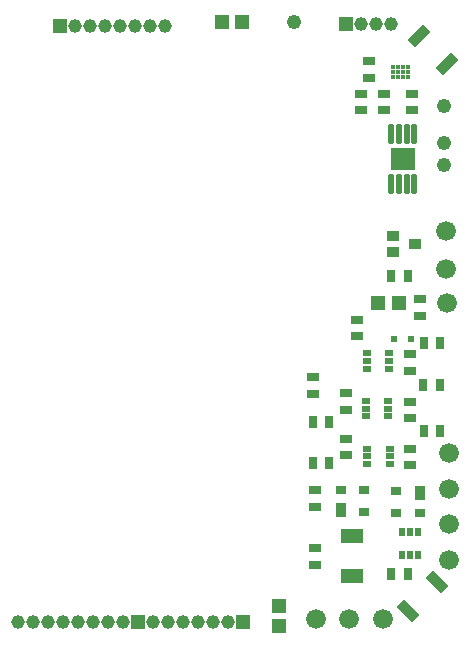
<source format=gts>
%FSLAX25Y25*%
%MOIN*%
G70*
G01*
G75*
G04 Layer_Color=8388736*
%ADD10C,0.00866*%
%ADD11R,0.07087X0.03937*%
G04:AMPARAMS|DCode=12|XSize=31.5mil|YSize=66.93mil|CornerRadius=0mil|HoleSize=0mil|Usage=FLASHONLY|Rotation=45.000|XOffset=0mil|YOffset=0mil|HoleType=Round|Shape=Rectangle|*
%AMROTATEDRECTD12*
4,1,4,0.01253,-0.03480,-0.03480,0.01253,-0.01253,0.03480,0.03480,-0.01253,0.01253,-0.03480,0.0*
%
%ADD12ROTATEDRECTD12*%

%ADD13R,0.01654X0.02362*%
%ADD14R,0.03543X0.02756*%
%ADD15R,0.02756X0.02362*%
%ADD16R,0.02756X0.03937*%
%ADD17R,0.07402X0.06614*%
%ADD18O,0.01575X0.06299*%
%ADD19R,0.04331X0.03937*%
%ADD20R,0.01575X0.01575*%
%ADD21R,0.02362X0.01654*%
G04:AMPARAMS|DCode=22|XSize=31.5mil|YSize=66.93mil|CornerRadius=0mil|HoleSize=0mil|Usage=FLASHONLY|Rotation=135.000|XOffset=0mil|YOffset=0mil|HoleType=Round|Shape=Rectangle|*
%AMROTATEDRECTD22*
4,1,4,0.03480,0.01253,-0.01253,-0.03480,-0.03480,-0.01253,0.01253,0.03480,0.03480,0.01253,0.0*
%
%ADD22ROTATEDRECTD22*%

%ADD23R,0.03543X0.02362*%
%ADD24R,0.02362X0.03543*%
%ADD25R,0.03937X0.04331*%
%ADD26C,0.02000*%
%ADD27C,0.01200*%
%ADD28C,0.01000*%
%ADD29C,0.02500*%
%ADD30C,0.05000*%
%ADD31C,0.00800*%
%ADD32C,0.03000*%
%ADD33C,0.01500*%
%ADD34C,0.04200*%
%ADD35C,0.06000*%
%ADD36C,0.07874*%
%ADD37C,0.03937*%
%ADD38R,0.03937X0.03937*%
%ADD39C,0.02600*%
%ADD40C,0.03000*%
%ADD41C,0.02400*%
%ADD42C,0.03400*%
%ADD43C,0.05000*%
%ADD44C,0.04000*%
%ADD45C,0.04900*%
G04:AMPARAMS|DCode=46|XSize=65mil|YSize=65mil|CornerRadius=0mil|HoleSize=0mil|Usage=FLASHONLY|Rotation=0.000|XOffset=0mil|YOffset=0mil|HoleType=Round|Shape=Relief|Width=8mil|Gap=10mil|Entries=4|*
%AMTHD46*
7,0,0,0.06500,0.04500,0.00800,45*
%
%ADD46THD46*%
%ADD47C,0.06400*%
%ADD48C,0.08306*%
%ADD49C,0.04762*%
G04:AMPARAMS|DCode=50|XSize=63.622mil|YSize=63.622mil|CornerRadius=0mil|HoleSize=0mil|Usage=FLASHONLY|Rotation=0.000|XOffset=0mil|YOffset=0mil|HoleType=Round|Shape=Relief|Width=8mil|Gap=10mil|Entries=4|*
%AMTHD50*
7,0,0,0.06362,0.04362,0.00800,45*
%
%ADD50THD50*%
G04:AMPARAMS|DCode=51|XSize=80mil|YSize=80mil|CornerRadius=0mil|HoleSize=0mil|Usage=FLASHONLY|Rotation=0.000|XOffset=0mil|YOffset=0mil|HoleType=Round|Shape=Relief|Width=8mil|Gap=10mil|Entries=4|*
%AMTHD51*
7,0,0,0.08000,0.06000,0.00800,45*
%
%ADD51THD51*%
G04:AMPARAMS|DCode=52|XSize=50mil|YSize=50mil|CornerRadius=0mil|HoleSize=0mil|Usage=FLASHONLY|Rotation=0.000|XOffset=0mil|YOffset=0mil|HoleType=Round|Shape=Relief|Width=8mil|Gap=10mil|Entries=4|*
%AMTHD52*
7,0,0,0.05000,0.03000,0.00800,45*
%
%ADD52THD52*%
%ADD53C,0.04000*%
G04:AMPARAMS|DCode=54|XSize=56mil|YSize=56mil|CornerRadius=0mil|HoleSize=0mil|Usage=FLASHONLY|Rotation=0.000|XOffset=0mil|YOffset=0mil|HoleType=Round|Shape=Relief|Width=8mil|Gap=10mil|Entries=4|*
%AMTHD54*
7,0,0,0.05600,0.03600,0.00800,45*
%
%ADD54THD54*%
%ADD55C,0.03200*%
%ADD56C,0.04400*%
%ADD57C,0.05200*%
%ADD58R,0.03543X0.04724*%
%ADD59R,0.07087X0.03937*%
%ADD60R,0.01102X0.01969*%
%ADD61R,0.02362X0.05512*%
%ADD62R,0.02165X0.01181*%
%ADD63R,0.01969X0.03386*%
%ADD64R,0.02559X0.02559*%
%ADD65R,0.01882X0.01181*%
%ADD66R,0.01575X0.03622*%
%ADD67R,0.05118X0.00984*%
%ADD68O,0.05118X0.00984*%
%ADD69R,0.08661X0.07087*%
%ADD70R,0.09843X0.13780*%
%ADD71R,0.01181X0.03150*%
%ADD72R,0.03642X0.01181*%
%ADD73R,0.03422X0.01181*%
%ADD74C,0.00787*%
%ADD75R,0.20276X0.20276*%
%ADD76O,0.03347X0.01102*%
%ADD77O,0.01102X0.03347*%
%ADD78R,0.01102X0.03347*%
%ADD79R,0.03543X0.06299*%
%ADD80R,0.01969X0.02362*%
%ADD81R,0.02756X0.03543*%
%ADD82R,0.02362X0.01969*%
%ADD83R,0.01969X0.01102*%
%ADD84R,0.01575X0.01575*%
%ADD85C,0.00900*%
%ADD86C,0.00600*%
%ADD87P,0.02895X4X90.0*%
%ADD88C,0.00394*%
%ADD89C,0.00500*%
%ADD90C,0.00984*%
%ADD91C,0.00787*%
%ADD92C,0.00300*%
%ADD93C,0.00421*%
%ADD94C,0.00420*%
%ADD95C,0.00417*%
%ADD96C,0.01466*%
%ADD97R,0.07687X0.04537*%
G04:AMPARAMS|DCode=98|XSize=37.5mil|YSize=72.93mil|CornerRadius=0mil|HoleSize=0mil|Usage=FLASHONLY|Rotation=45.000|XOffset=0mil|YOffset=0mil|HoleType=Round|Shape=Rectangle|*
%AMROTATEDRECTD98*
4,1,4,0.01253,-0.03904,-0.03904,0.01253,-0.01253,0.03904,0.03904,-0.01253,0.01253,-0.03904,0.0*
%
%ADD98ROTATEDRECTD98*%

%ADD99R,0.02254X0.02962*%
%ADD100R,0.04143X0.03356*%
%ADD101R,0.03356X0.02962*%
%ADD102R,0.03356X0.04537*%
%ADD103R,0.08002X0.07214*%
%ADD104O,0.02175X0.06899*%
%ADD105R,0.04931X0.04537*%
%ADD106R,0.02175X0.02175*%
%ADD107R,0.02962X0.02254*%
G04:AMPARAMS|DCode=108|XSize=37.5mil|YSize=72.93mil|CornerRadius=0mil|HoleSize=0mil|Usage=FLASHONLY|Rotation=135.000|XOffset=0mil|YOffset=0mil|HoleType=Round|Shape=Rectangle|*
%AMROTATEDRECTD108*
4,1,4,0.03904,0.01253,-0.01253,-0.03904,-0.03904,-0.01253,0.01253,0.03904,0.03904,0.01253,0.0*
%
%ADD108ROTATEDRECTD108*%

%ADD109R,0.04143X0.02962*%
%ADD110R,0.02962X0.04143*%
%ADD111R,0.04537X0.04931*%
%ADD112C,0.04800*%
%ADD113C,0.06600*%
%ADD114C,0.04537*%
%ADD115R,0.04537X0.04537*%
D96*
X315362Y186425D02*
D03*
X313787D02*
D03*
X312213D02*
D03*
X310638D02*
D03*
X315362Y188000D02*
D03*
X313787D02*
D03*
X312213D02*
D03*
X310638D02*
D03*
X315362Y189575D02*
D03*
X313787D02*
D03*
X312213D02*
D03*
X310638D02*
D03*
D97*
X296949Y33150D02*
D03*
Y19803D02*
D03*
D98*
X325008Y17823D02*
D03*
X315543Y8358D02*
D03*
D99*
X313583Y27022D02*
D03*
X316142D02*
D03*
X318701D02*
D03*
X313583Y34503D02*
D03*
X316142D02*
D03*
X318701D02*
D03*
D100*
X317873Y130610D02*
D03*
X310393Y128051D02*
D03*
Y133169D02*
D03*
D101*
X300937Y48622D02*
D03*
X293063D02*
D03*
X300937Y41142D02*
D03*
X311516Y40945D02*
D03*
X319390D02*
D03*
X311516Y48425D02*
D03*
D102*
X293063Y41929D02*
D03*
X319390Y47638D02*
D03*
D103*
X313787Y159000D02*
D03*
D104*
X317626Y167366D02*
D03*
X315067D02*
D03*
X312508D02*
D03*
X309949D02*
D03*
X317626Y150634D02*
D03*
X315067D02*
D03*
X312508D02*
D03*
X309949D02*
D03*
D105*
X312347Y110806D02*
D03*
X305654D02*
D03*
X260138Y204724D02*
D03*
X253445D02*
D03*
D106*
X316437Y98819D02*
D03*
X310925D02*
D03*
D107*
X309252Y89075D02*
D03*
Y91634D02*
D03*
Y94193D02*
D03*
X301772Y89075D02*
D03*
Y91634D02*
D03*
Y94193D02*
D03*
X308858Y73130D02*
D03*
Y75689D02*
D03*
Y78248D02*
D03*
X301378Y73130D02*
D03*
Y75689D02*
D03*
Y78248D02*
D03*
X309350Y57284D02*
D03*
Y59842D02*
D03*
Y62402D02*
D03*
X301870Y57284D02*
D03*
Y59842D02*
D03*
Y62402D02*
D03*
D108*
X328650Y190641D02*
D03*
X319185Y200107D02*
D03*
D109*
X307472Y180756D02*
D03*
Y175244D02*
D03*
X284350Y29256D02*
D03*
Y23744D02*
D03*
Y48622D02*
D03*
Y43110D02*
D03*
X294882Y65650D02*
D03*
Y60138D02*
D03*
Y75295D02*
D03*
Y80807D02*
D03*
X298483Y105315D02*
D03*
Y99803D02*
D03*
X283760Y80744D02*
D03*
Y86256D02*
D03*
X316043Y62303D02*
D03*
Y56791D02*
D03*
X316142Y72539D02*
D03*
Y78051D02*
D03*
Y93799D02*
D03*
Y88287D02*
D03*
X302362Y191535D02*
D03*
Y186024D02*
D03*
X300000Y180756D02*
D03*
Y175244D02*
D03*
X319390Y112256D02*
D03*
Y106744D02*
D03*
X317000Y180756D02*
D03*
Y175244D02*
D03*
D110*
X309941Y20669D02*
D03*
X315453D02*
D03*
X320768Y68209D02*
D03*
X326279D02*
D03*
X326075Y83760D02*
D03*
X320563D02*
D03*
X320744Y97500D02*
D03*
X326256D02*
D03*
X283760Y57480D02*
D03*
X289272D02*
D03*
X289272Y71260D02*
D03*
X283760D02*
D03*
X309947Y120000D02*
D03*
X315459D02*
D03*
D111*
X272638Y3248D02*
D03*
Y9941D02*
D03*
D112*
X327628Y176673D02*
D03*
Y164272D02*
D03*
X327628Y157000D02*
D03*
X277362Y204626D02*
D03*
D113*
X329213Y48917D02*
D03*
X328248Y122343D02*
D03*
X329213Y61000D02*
D03*
X328150Y135039D02*
D03*
X296000Y5640D02*
D03*
X285000D02*
D03*
X307087Y5512D02*
D03*
X328420Y110806D02*
D03*
X329331Y37303D02*
D03*
X329213Y25197D02*
D03*
D114*
X185512Y4534D02*
D03*
X190512D02*
D03*
X195512D02*
D03*
X200512D02*
D03*
X205512D02*
D03*
X210512D02*
D03*
X215512D02*
D03*
X220512D02*
D03*
X204409Y203201D02*
D03*
X209409D02*
D03*
X214409D02*
D03*
X219409D02*
D03*
X224410D02*
D03*
X229410D02*
D03*
X234409D02*
D03*
X230512Y4534D02*
D03*
X235512D02*
D03*
X240512D02*
D03*
X245512D02*
D03*
X250512D02*
D03*
X255512D02*
D03*
X309784Y203839D02*
D03*
X304784D02*
D03*
X299783D02*
D03*
D115*
X225512Y4534D02*
D03*
X199409Y203201D02*
D03*
X260512Y4534D02*
D03*
X294783Y203839D02*
D03*
M02*

</source>
